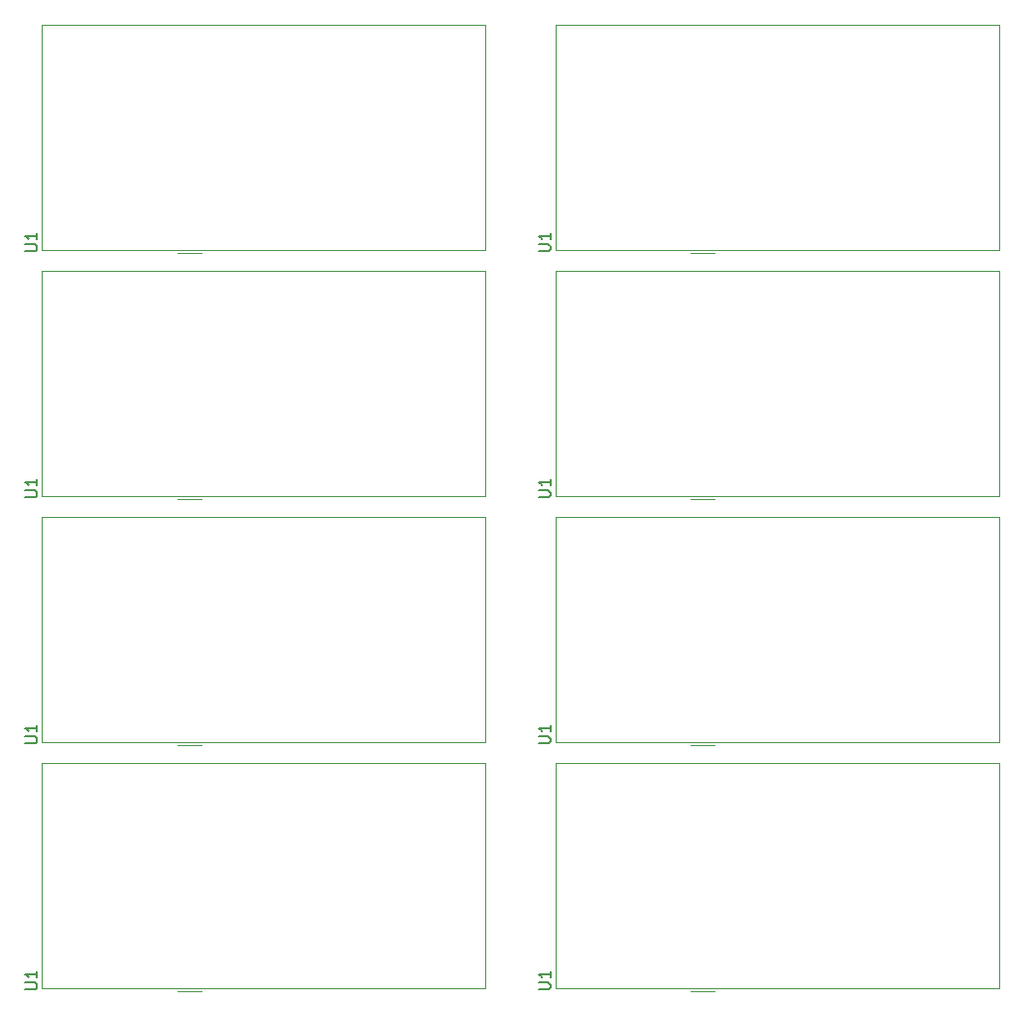
<source format=gbr>
G04 #@! TF.GenerationSoftware,KiCad,Pcbnew,5.1.5+dfsg1-2build2*
G04 #@! TF.CreationDate,2021-11-16T17:04:45-05:00*
G04 #@! TF.ProjectId,,58585858-5858-4585-9858-585858585858,rev?*
G04 #@! TF.SameCoordinates,Original*
G04 #@! TF.FileFunction,Legend,Top*
G04 #@! TF.FilePolarity,Positive*
%FSLAX46Y46*%
G04 Gerber Fmt 4.6, Leading zero omitted, Abs format (unit mm)*
G04 Created by KiCad (PCBNEW 5.1.5+dfsg1-2build2) date 2021-11-16 17:04:45*
%MOMM*%
%LPD*%
G04 APERTURE LIST*
%ADD10C,0.120000*%
%ADD11C,0.150000*%
G04 APERTURE END LIST*
D10*
X137465500Y-128665100D02*
X137465500Y-109425100D01*
X137465500Y-128665100D02*
X175305500Y-128665100D01*
X175305500Y-128665100D02*
X175305500Y-109425100D01*
X175305500Y-109425100D02*
X137465500Y-109425100D01*
X149035500Y-128915100D02*
X151035500Y-128915100D01*
X93665500Y-128665100D02*
X93665500Y-109425100D01*
X93665500Y-128665100D02*
X131505500Y-128665100D01*
X131505500Y-128665100D02*
X131505500Y-109425100D01*
X131505500Y-109425100D02*
X93665500Y-109425100D01*
X105235500Y-128915100D02*
X107235500Y-128915100D01*
X137465500Y-107665100D02*
X137465500Y-88425100D01*
X137465500Y-107665100D02*
X175305500Y-107665100D01*
X175305500Y-107665100D02*
X175305500Y-88425100D01*
X175305500Y-88425100D02*
X137465500Y-88425100D01*
X149035500Y-107915100D02*
X151035500Y-107915100D01*
X93665500Y-107665100D02*
X93665500Y-88425100D01*
X93665500Y-107665100D02*
X131505500Y-107665100D01*
X131505500Y-107665100D02*
X131505500Y-88425100D01*
X131505500Y-88425100D02*
X93665500Y-88425100D01*
X105235500Y-107915100D02*
X107235500Y-107915100D01*
X137465500Y-86665100D02*
X137465500Y-67425100D01*
X137465500Y-86665100D02*
X175305500Y-86665100D01*
X175305500Y-86665100D02*
X175305500Y-67425100D01*
X175305500Y-67425100D02*
X137465500Y-67425100D01*
X149035500Y-86915100D02*
X151035500Y-86915100D01*
X93665500Y-86665100D02*
X93665500Y-67425100D01*
X93665500Y-86665100D02*
X131505500Y-86665100D01*
X131505500Y-86665100D02*
X131505500Y-67425100D01*
X131505500Y-67425100D02*
X93665500Y-67425100D01*
X105235500Y-86915100D02*
X107235500Y-86915100D01*
X137465500Y-65665100D02*
X137465500Y-46425100D01*
X137465500Y-65665100D02*
X175305500Y-65665100D01*
X175305500Y-65665100D02*
X175305500Y-46425100D01*
X175305500Y-46425100D02*
X137465500Y-46425100D01*
X149035500Y-65915100D02*
X151035500Y-65915100D01*
X105235500Y-65915100D02*
X107235500Y-65915100D01*
X131505500Y-46425100D02*
X93665500Y-46425100D01*
X131505500Y-65665100D02*
X131505500Y-46425100D01*
X93665500Y-65665100D02*
X131505500Y-65665100D01*
X93665500Y-65665100D02*
X93665500Y-46425100D01*
D11*
X136025880Y-128773204D02*
X136835404Y-128773204D01*
X136930642Y-128725585D01*
X136978261Y-128677966D01*
X137025880Y-128582728D01*
X137025880Y-128392252D01*
X136978261Y-128297014D01*
X136930642Y-128249395D01*
X136835404Y-128201776D01*
X136025880Y-128201776D01*
X137025880Y-127201776D02*
X137025880Y-127773204D01*
X137025880Y-127487490D02*
X136025880Y-127487490D01*
X136168738Y-127582728D01*
X136263976Y-127677966D01*
X136311595Y-127773204D01*
X92225880Y-128773204D02*
X93035404Y-128773204D01*
X93130642Y-128725585D01*
X93178261Y-128677966D01*
X93225880Y-128582728D01*
X93225880Y-128392252D01*
X93178261Y-128297014D01*
X93130642Y-128249395D01*
X93035404Y-128201776D01*
X92225880Y-128201776D01*
X93225880Y-127201776D02*
X93225880Y-127773204D01*
X93225880Y-127487490D02*
X92225880Y-127487490D01*
X92368738Y-127582728D01*
X92463976Y-127677966D01*
X92511595Y-127773204D01*
X136025880Y-107773204D02*
X136835404Y-107773204D01*
X136930642Y-107725585D01*
X136978261Y-107677966D01*
X137025880Y-107582728D01*
X137025880Y-107392252D01*
X136978261Y-107297014D01*
X136930642Y-107249395D01*
X136835404Y-107201776D01*
X136025880Y-107201776D01*
X137025880Y-106201776D02*
X137025880Y-106773204D01*
X137025880Y-106487490D02*
X136025880Y-106487490D01*
X136168738Y-106582728D01*
X136263976Y-106677966D01*
X136311595Y-106773204D01*
X92225880Y-107773204D02*
X93035404Y-107773204D01*
X93130642Y-107725585D01*
X93178261Y-107677966D01*
X93225880Y-107582728D01*
X93225880Y-107392252D01*
X93178261Y-107297014D01*
X93130642Y-107249395D01*
X93035404Y-107201776D01*
X92225880Y-107201776D01*
X93225880Y-106201776D02*
X93225880Y-106773204D01*
X93225880Y-106487490D02*
X92225880Y-106487490D01*
X92368738Y-106582728D01*
X92463976Y-106677966D01*
X92511595Y-106773204D01*
X136025880Y-86773204D02*
X136835404Y-86773204D01*
X136930642Y-86725585D01*
X136978261Y-86677966D01*
X137025880Y-86582728D01*
X137025880Y-86392252D01*
X136978261Y-86297014D01*
X136930642Y-86249395D01*
X136835404Y-86201776D01*
X136025880Y-86201776D01*
X137025880Y-85201776D02*
X137025880Y-85773204D01*
X137025880Y-85487490D02*
X136025880Y-85487490D01*
X136168738Y-85582728D01*
X136263976Y-85677966D01*
X136311595Y-85773204D01*
X92225880Y-86773204D02*
X93035404Y-86773204D01*
X93130642Y-86725585D01*
X93178261Y-86677966D01*
X93225880Y-86582728D01*
X93225880Y-86392252D01*
X93178261Y-86297014D01*
X93130642Y-86249395D01*
X93035404Y-86201776D01*
X92225880Y-86201776D01*
X93225880Y-85201776D02*
X93225880Y-85773204D01*
X93225880Y-85487490D02*
X92225880Y-85487490D01*
X92368738Y-85582728D01*
X92463976Y-85677966D01*
X92511595Y-85773204D01*
X136025880Y-65773204D02*
X136835404Y-65773204D01*
X136930642Y-65725585D01*
X136978261Y-65677966D01*
X137025880Y-65582728D01*
X137025880Y-65392252D01*
X136978261Y-65297014D01*
X136930642Y-65249395D01*
X136835404Y-65201776D01*
X136025880Y-65201776D01*
X137025880Y-64201776D02*
X137025880Y-64773204D01*
X137025880Y-64487490D02*
X136025880Y-64487490D01*
X136168738Y-64582728D01*
X136263976Y-64677966D01*
X136311595Y-64773204D01*
X92225880Y-65773204D02*
X93035404Y-65773204D01*
X93130642Y-65725585D01*
X93178261Y-65677966D01*
X93225880Y-65582728D01*
X93225880Y-65392252D01*
X93178261Y-65297014D01*
X93130642Y-65249395D01*
X93035404Y-65201776D01*
X92225880Y-65201776D01*
X93225880Y-64201776D02*
X93225880Y-64773204D01*
X93225880Y-64487490D02*
X92225880Y-64487490D01*
X92368738Y-64582728D01*
X92463976Y-64677966D01*
X92511595Y-64773204D01*
M02*

</source>
